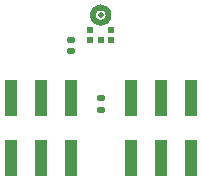
<source format=gts>
%TF.GenerationSoftware,KiCad,Pcbnew,(5.99.0-11065-g2a3d8e22b6)*%
%TF.CreationDate,2021-07-07T11:59:56+01:00*%
%TF.ProjectId,NB3_ear,4e42335f-6561-4722-9e6b-696361645f70,0.0.1*%
%TF.SameCoordinates,Original*%
%TF.FileFunction,Soldermask,Top*%
%TF.FilePolarity,Negative*%
%FSLAX46Y46*%
G04 Gerber Fmt 4.6, Leading zero omitted, Abs format (unit mm)*
G04 Created by KiCad (PCBNEW (5.99.0-11065-g2a3d8e22b6)) date 2021-07-07 11:59:56*
%MOMM*%
%LPD*%
G01*
G04 APERTURE LIST*
G04 Aperture macros list*
%AMRoundRect*
0 Rectangle with rounded corners*
0 $1 Rounding radius*
0 $2 $3 $4 $5 $6 $7 $8 $9 X,Y pos of 4 corners*
0 Add a 4 corners polygon primitive as box body*
4,1,4,$2,$3,$4,$5,$6,$7,$8,$9,$2,$3,0*
0 Add four circle primitives for the rounded corners*
1,1,$1+$1,$2,$3*
1,1,$1+$1,$4,$5*
1,1,$1+$1,$6,$7*
1,1,$1+$1,$8,$9*
0 Add four rect primitives between the rounded corners*
20,1,$1+$1,$2,$3,$4,$5,0*
20,1,$1+$1,$4,$5,$6,$7,0*
20,1,$1+$1,$6,$7,$8,$9,0*
20,1,$1+$1,$8,$9,$2,$3,0*%
G04 Aperture macros list end*
%ADD10C,0.500000*%
%ADD11R,1.000000X3.150000*%
%ADD12C,0.500000*%
%ADD13R,0.600000X0.522000*%
%ADD14RoundRect,0.140000X-0.170000X0.140000X-0.170000X-0.140000X0.170000X-0.140000X0.170000X0.140000X0*%
%ADD15RoundRect,0.135000X0.185000X-0.135000X0.185000X0.135000X-0.185000X0.135000X-0.185000X-0.135000X0*%
G04 APERTURE END LIST*
D10*
%TO.C,MK1*%
X151745000Y-100201000D02*
G75*
G03*
X151745000Y-100201000I-665000J0D01*
G01*
%TD*%
D11*
%TO.C,J2*%
X153620000Y-112275000D03*
X153620000Y-107225000D03*
X156160000Y-112275000D03*
X156160000Y-107225000D03*
X158700000Y-112275000D03*
X158700000Y-107225000D03*
%TD*%
D12*
%TO.C,MK1*%
X151080000Y-100201000D03*
D13*
X151080000Y-102275000D03*
X150180000Y-102275000D03*
X150180000Y-101453000D03*
X151980000Y-101453000D03*
X151980000Y-102275000D03*
%TD*%
D14*
%TO.C,C1*%
X148540000Y-102275000D03*
X148540000Y-103235000D03*
%TD*%
D15*
%TO.C,R1*%
X151080000Y-108255000D03*
X151080000Y-107235000D03*
%TD*%
D11*
%TO.C,J1*%
X143460000Y-112300000D03*
X143460000Y-107250000D03*
X146000000Y-112300000D03*
X146000000Y-107250000D03*
X148540000Y-112300000D03*
X148540000Y-107250000D03*
%TD*%
M02*

</source>
